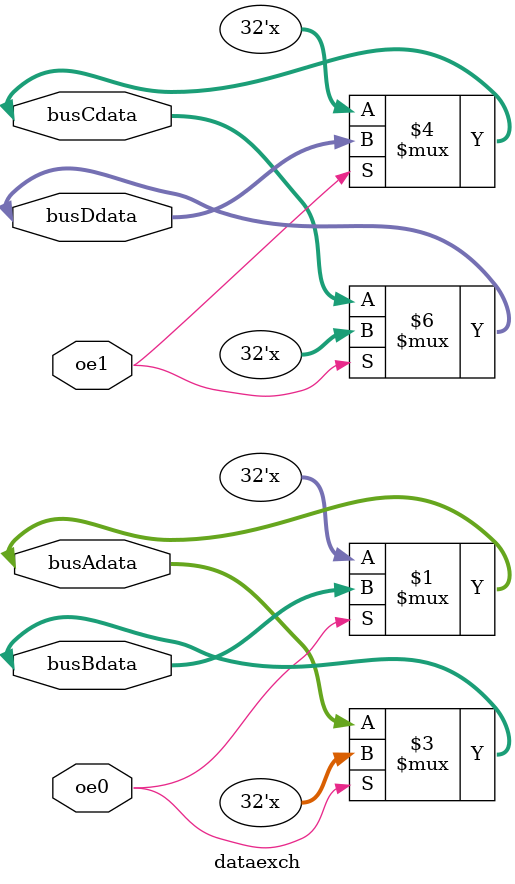
<source format=v>

module dataexch( busAdata, busBdata, busCdata, busDdata, oe0,oe1);
inout [31:0] busAdata /*synthesis LOC = "P2,P3,P4,P5,P7,P8,P9,P10,P11,P12,P13,P14,P16,P18,P19,P20,P21,P22,P23,P24,P26,P27,P28,P29,P30,P31,P32,P34,P36,P37,P38,P39"*/;
inout [31:0] busBdata;
inout [31:0] busCdata /*synthesis PULL = "UP,UP,UP,UP,UP,UP,UP,UP,UP,UP,UP,UP,UP,UP,UP,UP,UP,UP,UP,UP,UP,UP,UP,UP,UP,UP,UP,UP,UP,UP,UP,UP" */;
inout [31:0] busDdata;
input oe0, oe1;
//exemplar attribute busAdata LOC P2,P3,P4,P5,P7,P8,P9,P10,P11,P12,P13,P14,P16,P18,P19,P20,P21,P22,P23,P24,P26,P27,P28,P29,P30,P31,P32,P34,P36,P37,P38,P39
//exemplar attribute busBdata PULL UP,UP,UP,UP,UP,UP,UP,UP,UP,UP,UP,UP,UP,UP,UP,UP,UP,UP,UP,UP,UP,UP,UP,UP,UP,UP,UP,UP,UP,UP,UP,UP

assign busAdata = oe0 ? busBdata : 32'bz;
assign busBdata = ~oe0 ? busAdata : 32'bz;
assign busCdata = oe1 ? busDdata : 32'bz;
assign busDdata = ~oe1 ? busCdata : 32'bz;

endmodule

</source>
